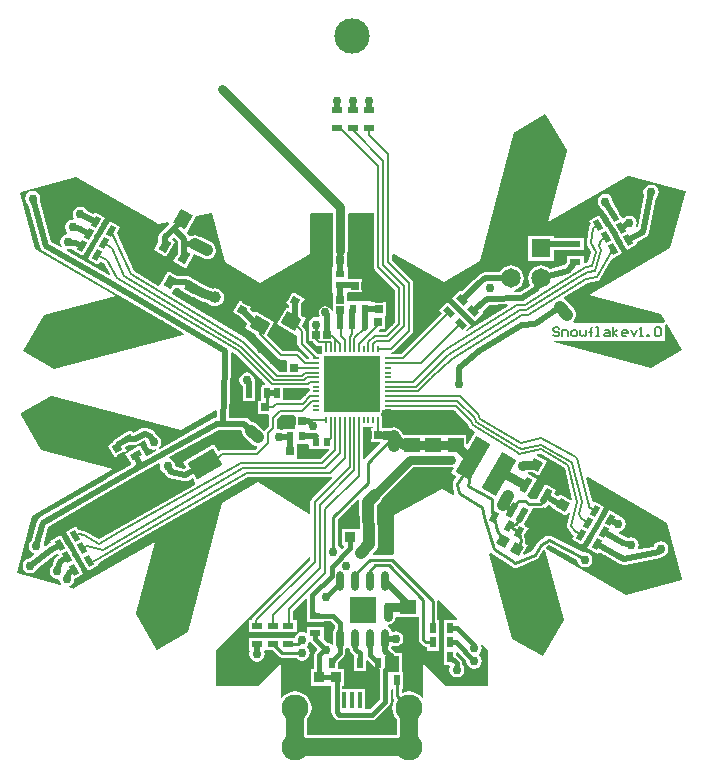
<source format=gtl>
G04*
G04 #@! TF.GenerationSoftware,Altium Limited,CircuitMaker,2.3.0 (2.3.0.3)*
G04*
G04 Layer_Physical_Order=1*
G04 Layer_Color=25308*
%FSLAX25Y25*%
%MOIN*%
G70*
G04*
G04 #@! TF.SameCoordinates,DFAF08F0-1B05-4ABB-8EC1-2A918C0C2617*
G04*
G04*
G04 #@! TF.FilePolarity,Positive*
G04*
G01*
G75*
%ADD12C,0.01000*%
%ADD16C,0.00700*%
G04:AMPARAMS|DCode=17|XSize=19.68mil|YSize=35.43mil|CornerRadius=0mil|HoleSize=0mil|Usage=FLASHONLY|Rotation=330.000|XOffset=0mil|YOffset=0mil|HoleType=Round|Shape=Rectangle|*
%AMROTATEDRECTD17*
4,1,4,-0.01738,-0.01042,0.00033,0.02026,0.01738,0.01042,-0.00033,-0.02026,-0.01738,-0.01042,0.0*
%
%ADD17ROTATEDRECTD17*%

%ADD18R,0.01968X0.03543*%
%ADD19R,0.05315X0.04528*%
%ADD20R,0.03543X0.03347*%
%ADD21R,0.03543X0.01968*%
%ADD22R,0.04528X0.05315*%
%ADD23O,0.02362X0.06693*%
%ADD24R,0.09016X0.09016*%
G04:AMPARAMS|DCode=25|XSize=25.2mil|YSize=26.77mil|CornerRadius=0mil|HoleSize=0mil|Usage=FLASHONLY|Rotation=330.000|XOffset=0mil|YOffset=0mil|HoleType=Round|Shape=Rectangle|*
%AMROTATEDRECTD25*
4,1,4,-0.01760,-0.00529,-0.00422,0.01789,0.01760,0.00529,0.00422,-0.01789,-0.01760,-0.00529,0.0*
%
%ADD25ROTATEDRECTD25*%

G04:AMPARAMS|DCode=26|XSize=25.2mil|YSize=26.77mil|CornerRadius=0mil|HoleSize=0mil|Usage=FLASHONLY|Rotation=60.000|XOffset=0mil|YOffset=0mil|HoleType=Round|Shape=Rectangle|*
%AMROTATEDRECTD26*
4,1,4,0.00529,-0.01760,-0.01789,-0.00422,-0.00529,0.01760,0.01789,0.00422,0.00529,-0.01760,0.0*
%
%ADD26ROTATEDRECTD26*%

G04:AMPARAMS|DCode=27|XSize=45.28mil|YSize=55.12mil|CornerRadius=0mil|HoleSize=0mil|Usage=FLASHONLY|Rotation=240.000|XOffset=0mil|YOffset=0mil|HoleType=Round|Shape=Rectangle|*
%AMROTATEDRECTD27*
4,1,4,-0.01255,0.03338,0.03519,0.00583,0.01255,-0.03338,-0.03519,-0.00583,-0.01255,0.03338,0.0*
%
%ADD27ROTATEDRECTD27*%

%ADD28R,0.02677X0.02520*%
%ADD29R,0.02520X0.02677*%
G04:AMPARAMS|DCode=30|XSize=35.43mil|YSize=33.47mil|CornerRadius=0mil|HoleSize=0mil|Usage=FLASHONLY|Rotation=60.000|XOffset=0mil|YOffset=0mil|HoleType=Round|Shape=Rectangle|*
%AMROTATEDRECTD30*
4,1,4,0.00563,-0.02371,-0.02335,-0.00698,-0.00563,0.02371,0.02335,0.00698,0.00563,-0.02371,0.0*
%
%ADD30ROTATEDRECTD30*%

G04:AMPARAMS|DCode=31|XSize=35.43mil|YSize=33.47mil|CornerRadius=0mil|HoleSize=0mil|Usage=FLASHONLY|Rotation=150.000|XOffset=0mil|YOffset=0mil|HoleType=Round|Shape=Rectangle|*
%AMROTATEDRECTD31*
4,1,4,0.02371,0.00563,0.00698,-0.02335,-0.02371,-0.00563,-0.00698,0.02335,0.02371,0.00563,0.0*
%
%ADD31ROTATEDRECTD31*%

G04:AMPARAMS|DCode=32|XSize=53.15mil|YSize=45.28mil|CornerRadius=0mil|HoleSize=0mil|Usage=FLASHONLY|Rotation=240.000|XOffset=0mil|YOffset=0mil|HoleType=Round|Shape=Rectangle|*
%AMROTATEDRECTD32*
4,1,4,-0.00632,0.03433,0.03289,0.01170,0.00632,-0.03433,-0.03289,-0.01170,-0.00632,0.03433,0.0*
%
%ADD32ROTATEDRECTD32*%

%ADD33R,0.01575X0.05315*%
%ADD34R,0.03071X0.02284*%
%ADD35R,0.02284X0.03071*%
G04:AMPARAMS|DCode=36|XSize=55.12mil|YSize=137.8mil|CornerRadius=0mil|HoleSize=0mil|Usage=FLASHONLY|Rotation=150.000|XOffset=0mil|YOffset=0mil|HoleType=Round|Shape=Rectangle|*
%AMROTATEDRECTD36*
4,1,4,0.05832,0.04589,-0.01058,-0.07345,-0.05832,-0.04589,0.01058,0.07345,0.05832,0.04589,0.0*
%
%ADD36ROTATEDRECTD36*%

G04:AMPARAMS|DCode=37|XSize=62.99mil|YSize=98.42mil|CornerRadius=0mil|HoleSize=0mil|Usage=FLASHONLY|Rotation=120.000|XOffset=0mil|YOffset=0mil|HoleType=Round|Shape=Rectangle|*
%AMROTATEDRECTD37*
4,1,4,0.05837,-0.00267,-0.02687,-0.05188,-0.05837,0.00267,0.02687,0.05188,0.05837,-0.00267,0.0*
%
%ADD37ROTATEDRECTD37*%

G04:AMPARAMS|DCode=38|XSize=21.65mil|YSize=51.18mil|CornerRadius=0mil|HoleSize=0mil|Usage=FLASHONLY|Rotation=330.000|XOffset=0mil|YOffset=0mil|HoleType=Round|Shape=Rectangle|*
%AMROTATEDRECTD38*
4,1,4,-0.02217,-0.01675,0.00342,0.02758,0.02217,0.01675,-0.00342,-0.02758,-0.02217,-0.01675,0.0*
%
%ADD38ROTATEDRECTD38*%

G04:AMPARAMS|DCode=39|XSize=27.56mil|YSize=39.37mil|CornerRadius=0mil|HoleSize=0mil|Usage=FLASHONLY|Rotation=150.000|XOffset=0mil|YOffset=0mil|HoleType=Round|Shape=Rectangle|*
%AMROTATEDRECTD39*
4,1,4,0.02178,0.01016,0.00209,-0.02394,-0.02178,-0.01016,-0.00209,0.02394,0.02178,0.01016,0.0*
%
%ADD39ROTATEDRECTD39*%

G04:AMPARAMS|DCode=40|XSize=19.68mil|YSize=35.43mil|CornerRadius=0mil|HoleSize=0mil|Usage=FLASHONLY|Rotation=45.000|XOffset=0mil|YOffset=0mil|HoleType=Round|Shape=Rectangle|*
%AMROTATEDRECTD40*
4,1,4,0.00557,-0.01949,-0.01949,0.00557,-0.00557,0.01949,0.01949,-0.00557,0.00557,-0.01949,0.0*
%
%ADD40ROTATEDRECTD40*%

%ADD41R,0.03347X0.03543*%
G04:AMPARAMS|DCode=42|XSize=19.68mil|YSize=35.43mil|CornerRadius=0mil|HoleSize=0mil|Usage=FLASHONLY|Rotation=210.000|XOffset=0mil|YOffset=0mil|HoleType=Round|Shape=Rectangle|*
%AMROTATEDRECTD42*
4,1,4,-0.00033,0.02026,0.01738,-0.01042,0.00033,-0.02026,-0.01738,0.01042,-0.00033,0.02026,0.0*
%
%ADD42ROTATEDRECTD42*%

G04:AMPARAMS|DCode=43|XSize=25.2mil|YSize=26.77mil|CornerRadius=0mil|HoleSize=0mil|Usage=FLASHONLY|Rotation=210.000|XOffset=0mil|YOffset=0mil|HoleType=Round|Shape=Rectangle|*
%AMROTATEDRECTD43*
4,1,4,0.00422,0.01789,0.01760,-0.00529,-0.00422,-0.01789,-0.01760,0.00529,0.00422,0.01789,0.0*
%
%ADD43ROTATEDRECTD43*%

G04:AMPARAMS|DCode=44|XSize=19.68mil|YSize=35.43mil|CornerRadius=0mil|HoleSize=0mil|Usage=FLASHONLY|Rotation=300.000|XOffset=0mil|YOffset=0mil|HoleType=Round|Shape=Rectangle|*
%AMROTATEDRECTD44*
4,1,4,-0.02026,-0.00033,0.01042,0.01738,0.02026,0.00033,-0.01042,-0.01738,-0.02026,-0.00033,0.0*
%
%ADD44ROTATEDRECTD44*%

%ADD45O,0.00787X0.02559*%
%ADD46O,0.02559X0.00787*%
%ADD47R,0.18504X0.18504*%
%ADD81R,0.06496X0.06496*%
%ADD82C,0.06496*%
%ADD85C,0.02000*%
%ADD86C,0.03000*%
%ADD87C,0.04000*%
%ADD88C,0.01500*%
%ADD89C,0.00800*%
%ADD90C,0.06000*%
%ADD91C,0.03937*%
%ADD92C,0.09000*%
%ADD93C,0.03000*%
%ADD94C,0.02598*%
%ADD95C,0.11811*%
G36*
X63128Y181583D02*
X63370Y181269D01*
X66819Y181995D01*
X67123Y181588D01*
X66956Y181239D01*
X64081Y178364D01*
X63639Y177703D01*
X63484Y176922D01*
Y175285D01*
X61980Y172680D01*
X66098Y170302D01*
X69067Y175443D01*
X68067Y176021D01*
X68001Y176517D01*
X68550Y177066D01*
X69962Y175654D01*
Y174500D01*
Y171545D01*
X68458Y168940D01*
X72576Y166562D01*
X75384Y171425D01*
X78247Y169994D01*
X78993Y169736D01*
X79781Y169679D01*
X80557Y169829D01*
X81267Y170175D01*
X81864Y170692D01*
X82306Y171347D01*
X82565Y172093D01*
X82621Y172881D01*
X82471Y173657D01*
X82125Y174367D01*
X81608Y174964D01*
X80953Y175406D01*
X77153Y177306D01*
X76407Y177565D01*
X75619Y177620D01*
X74843Y177471D01*
X74400Y177255D01*
X73969Y177275D01*
X73761Y177465D01*
X73443Y177941D01*
X72874Y178510D01*
X76000Y183926D01*
X81103Y185000D01*
Y185000D01*
X81246Y185038D01*
X85662Y168574D01*
X97465Y161759D01*
X114022Y171347D01*
Y184677D01*
X114439Y185177D01*
X121551D01*
Y172400D01*
X121729Y171505D01*
Y167140D01*
X121465Y166971D01*
X121465D01*
Y162687D01*
Y158829D01*
X121465D01*
X121740Y158471D01*
Y153794D01*
Y152663D01*
X121240Y152512D01*
X120974Y152910D01*
X120442Y153442D01*
X119780Y153884D01*
X119000Y154039D01*
X118220Y153884D01*
X117558Y153442D01*
X117116Y152780D01*
X116961Y152000D01*
X117116Y151220D01*
X117282Y150971D01*
X117132Y150341D01*
X116993Y150271D01*
X116100Y150449D01*
X115124Y150255D01*
X114298Y149702D01*
X113745Y148875D01*
X113551Y147900D01*
X113682Y147240D01*
X113729Y146760D01*
X113729Y146760D01*
X113729Y146760D01*
Y142240D01*
X114907D01*
X115094Y141959D01*
X115927Y141127D01*
X115927Y141127D01*
X116373Y140828D01*
X116900Y140724D01*
X116900Y140724D01*
X117870D01*
Y138976D01*
X117979Y138433D01*
X117979Y138191D01*
X117479Y137923D01*
X117473Y137927D01*
X116929Y138035D01*
X116569D01*
X112576Y142028D01*
Y145588D01*
X112472Y146115D01*
X112173Y146561D01*
X111288Y147447D01*
X112710Y149910D01*
X111139Y150818D01*
Y154589D01*
X112255Y156522D01*
X108205Y158860D01*
X105945Y154946D01*
X107061Y154302D01*
Y153672D01*
X106628Y153422D01*
X106205Y153666D01*
X102941Y148013D01*
X109014Y144508D01*
X109447Y144257D01*
X109447D01*
X109447D01*
X109824Y144157D01*
Y141457D01*
X109928Y140931D01*
X110227Y140484D01*
X113796Y136915D01*
X113736Y136614D01*
X113574Y136416D01*
X112931D01*
X110773Y138573D01*
X110327Y138872D01*
X109800Y138976D01*
X104870D01*
X99498Y144349D01*
X102060Y148786D01*
X95554Y152542D01*
X95365Y152214D01*
X94869Y152148D01*
X94044Y152974D01*
X94460Y153695D01*
X90546Y155955D01*
X88208Y151904D01*
X90900Y150350D01*
X93049Y148201D01*
X92291Y146889D01*
X95799Y144863D01*
Y144725D01*
X95904Y144198D01*
X96202Y143751D01*
X103327Y136627D01*
X103773Y136328D01*
X104300Y136223D01*
X104300Y136224D01*
X106106D01*
X106194Y135760D01*
X106194Y135760D01*
X106194Y135760D01*
Y132276D01*
X103570D01*
X92773Y143073D01*
X92634Y143166D01*
X92510Y143279D01*
X68103Y157989D01*
X67852Y158379D01*
X68000Y158634D01*
X68242Y159055D01*
X68845Y160099D01*
X70398D01*
X70648Y159666D01*
X70584Y159555D01*
X75384Y156783D01*
X75461Y156916D01*
X76950Y156079D01*
X77199Y155997D01*
X77430Y155870D01*
X80067Y155034D01*
X80183Y154883D01*
X80803Y154407D01*
X81525Y154108D01*
X82300Y154006D01*
X83075Y154108D01*
X83797Y154407D01*
X84417Y154883D01*
X84893Y155503D01*
X85192Y156225D01*
X85294Y157000D01*
X85192Y157775D01*
X84893Y158497D01*
X84417Y159117D01*
X83797Y159593D01*
X83075Y159892D01*
X82300Y159994D01*
X81587Y159900D01*
X79221Y160650D01*
X78092Y161286D01*
X78057Y161413D01*
Y161413D01*
X73257Y164185D01*
X73192Y164073D01*
X72666Y164178D01*
X69682D01*
X66702Y165898D01*
X63926Y161090D01*
X63285Y160892D01*
X55371Y165661D01*
X49519Y178280D01*
X50761Y180432D01*
X47325Y182416D01*
X45061Y178495D01*
X45025Y178516D01*
X42761Y174595D01*
X42725Y174616D01*
X39953Y169815D01*
X43390Y167831D01*
X43908Y168729D01*
X44391Y168858D01*
X45186Y168397D01*
X47303Y164662D01*
X46947Y164310D01*
X32872Y172526D01*
X33052Y173000D01*
X33300Y172951D01*
X34275Y173145D01*
X34444Y173081D01*
X34839Y172768D01*
X34839Y172768D01*
X38275Y170784D01*
X39533Y172962D01*
X39798Y173330D01*
X39834Y173484D01*
X40539Y174705D01*
X40575Y174684D01*
X41829Y176854D01*
X42028Y177091D01*
X42105Y177334D01*
X42839Y178605D01*
X42875Y178584D01*
X44135Y180765D01*
X44359Y181050D01*
X44417Y181254D01*
X45647Y183385D01*
X42210Y185369D01*
X41794Y184648D01*
X39641Y185746D01*
X39202Y186402D01*
X38375Y186955D01*
X37400Y187149D01*
X36424Y186955D01*
X35598Y186402D01*
X35045Y185575D01*
X34851Y184600D01*
X35045Y183624D01*
X35272Y183285D01*
X34971Y182835D01*
X34900Y182849D01*
X33924Y182655D01*
X33098Y182102D01*
X32545Y181275D01*
X32351Y180300D01*
X32545Y179324D01*
X33098Y178498D01*
X32968Y177983D01*
X32324Y177855D01*
X31498Y177302D01*
X30945Y176476D01*
X30751Y175500D01*
X30945Y174524D01*
X31267Y174042D01*
X30916Y173668D01*
X27793Y175491D01*
X23971Y189008D01*
X24149Y189900D01*
X23955Y190875D01*
X23402Y191702D01*
X22576Y192255D01*
X21600Y192449D01*
X20625Y192255D01*
X19798Y191702D01*
X19245Y190875D01*
X19051Y189900D01*
X19245Y188925D01*
X19798Y188098D01*
X20035Y187939D01*
X24093Y173590D01*
X24265Y173252D01*
X24431Y172911D01*
X24446Y172898D01*
X24454Y172881D01*
X24743Y172635D01*
X25027Y172383D01*
X45891Y160204D01*
X70555Y145726D01*
X71946Y144882D01*
X71712Y144439D01*
X28728Y132915D01*
X18335Y138984D01*
X25273Y151033D01*
X49197Y157454D01*
X22198Y173034D01*
X17202Y191617D01*
X17523Y192189D01*
X36093Y197181D01*
X63128Y181583D01*
D02*
G37*
G36*
X192649Y217882D02*
X199539Y205950D01*
X199553Y205835D01*
X193163Y181987D01*
X220122Y197553D01*
X220238Y197567D01*
X239138Y192493D01*
X239168Y192338D01*
X234126Y173514D01*
X234053Y173422D01*
X207094Y157858D01*
X230943Y151469D01*
X231035Y151396D01*
X232416Y148999D01*
X232127Y148499D01*
X201963D01*
X201744Y148999D01*
X202074Y149358D01*
X202441Y150058D01*
X202614Y150829D01*
X202581Y151618D01*
X202345Y152372D01*
X201923Y153039D01*
X199762Y155627D01*
X199181Y156162D01*
X198786Y156369D01*
X198765Y156944D01*
X206599Y161790D01*
X209739Y162345D01*
X209793Y162365D01*
X209850Y162369D01*
X210041Y162462D01*
X210240Y162539D01*
X210281Y162579D01*
X210333Y162604D01*
X210474Y162763D01*
X210628Y162911D01*
X210651Y162963D01*
X210689Y163006D01*
X214335Y169251D01*
X214610Y169631D01*
X214610Y169631D01*
X214610Y169631D01*
X218047Y171615D01*
X215707Y175668D01*
X215747Y175815D01*
X215747Y175815D01*
X212975Y180616D01*
X212789Y180508D01*
X210475Y184516D01*
X207039Y182532D01*
X207576Y181601D01*
X207352Y181084D01*
X207238Y180952D01*
X207107Y180837D01*
X207065Y180751D01*
X207002Y180677D01*
X206947Y180512D01*
X206870Y180355D01*
X206864Y180259D01*
X206834Y180167D01*
X206234Y175267D01*
X206246Y175098D01*
X206234Y174929D01*
X206266Y174833D01*
X206274Y174732D01*
X206350Y174580D01*
X206403Y174420D01*
X207762Y172030D01*
X206753Y168597D01*
X205853Y168427D01*
X205672Y168354D01*
X205528Y168407D01*
X205172Y168675D01*
Y170832D01*
X202658D01*
X202200Y170877D01*
X202051Y170832D01*
X199628D01*
Y168684D01*
X198731Y167590D01*
X194068Y166280D01*
X194030Y166330D01*
X193142Y167011D01*
X192109Y167439D01*
X191000Y167585D01*
X189891Y167439D01*
X188858Y167011D01*
X187970Y166330D01*
X187289Y165442D01*
X186861Y164409D01*
X186715Y163300D01*
X186861Y162191D01*
X187289Y161158D01*
X187225Y160781D01*
X184078Y158729D01*
X182230Y158698D01*
X182109Y159161D01*
X183142Y159589D01*
X184030Y160270D01*
X184711Y161158D01*
X185139Y162191D01*
X185285Y163300D01*
X185139Y164409D01*
X184711Y165442D01*
X184030Y166330D01*
X183142Y167011D01*
X182109Y167439D01*
X181000Y167585D01*
X179891Y167439D01*
X178858Y167011D01*
X177970Y166330D01*
X177289Y165442D01*
X177247Y165339D01*
X172300Y165339D01*
X171978Y165275D01*
X171653Y165234D01*
X171590Y165198D01*
X171520Y165184D01*
X171247Y165002D01*
X170962Y164839D01*
X168662Y162839D01*
X168636Y162805D01*
X168600Y162782D01*
X164588Y158993D01*
X164031Y159551D01*
X161225Y156745D01*
X162977Y154993D01*
X163105Y154788D01*
X163370Y154600D01*
X165145Y152825D01*
X165195Y152875D01*
X166873Y151197D01*
X166996Y150998D01*
X167268Y150802D01*
X169045Y149025D01*
X171851Y151831D01*
X171638Y152044D01*
X171646Y152544D01*
X173717Y154474D01*
X179716Y154576D01*
X179858Y154097D01*
X166433Y145706D01*
X166120Y146100D01*
X167675Y147655D01*
X163755Y151575D01*
X163705Y151525D01*
X159855Y155375D01*
X157049Y152569D01*
X158036Y151582D01*
X144444Y137991D01*
X140974D01*
X140962Y138486D01*
X141489Y138591D01*
X141936Y138889D01*
X147973Y144927D01*
X147973Y144927D01*
X148272Y145373D01*
X148377Y145900D01*
X148376Y145900D01*
Y161900D01*
X148272Y162427D01*
X148152Y162606D01*
X147973Y162873D01*
X147973Y162873D01*
X141476Y169370D01*
Y171119D01*
X141976Y171300D01*
X158824Y162161D01*
X170630Y168977D01*
X182141Y211942D01*
X182213Y212034D01*
X192480Y217955D01*
X192649Y217882D01*
D02*
G37*
G36*
X135324Y185177D02*
Y167100D01*
X135428Y166573D01*
X135727Y166127D01*
X142424Y159430D01*
Y148670D01*
X139230Y145476D01*
X137076D01*
X136885Y145938D01*
X137487Y146540D01*
X139106D01*
Y150729D01*
X139260D01*
Y155406D01*
X134740D01*
X134471Y155635D01*
Y155635D01*
X126329D01*
X126260Y156107D01*
Y158325D01*
X126577Y158596D01*
X126690Y158640D01*
X131306D01*
Y163160D01*
X126629D01*
X126535Y163621D01*
Y166971D01*
X126535D01*
X126406Y167140D01*
Y171352D01*
X126455Y171424D01*
X126649Y172400D01*
Y184823D01*
X127003Y185177D01*
X135324Y185177D01*
D02*
G37*
G36*
X237957Y139388D02*
X237868Y139256D01*
X227640Y133350D01*
X227525Y133336D01*
X195190Y142000D01*
X195256Y142500D01*
X232488D01*
Y147873D01*
X232988Y148007D01*
X237957Y139388D01*
D02*
G37*
G36*
X113912Y126235D02*
X113845Y126134D01*
X113736Y125591D01*
X113541Y125298D01*
X113489Y125287D01*
X113042Y124989D01*
X110930Y122876D01*
X105032D01*
Y124824D01*
X105086Y125100D01*
X105032Y125376D01*
Y126624D01*
X113300D01*
X113647Y126692D01*
X113912Y126235D01*
D02*
G37*
G36*
X108994Y117470D02*
Y113340D01*
X108579Y113135D01*
X105229D01*
Y113020D01*
X104729Y112752D01*
X104576Y112855D01*
X103600Y113049D01*
X103352Y113000D01*
X102976Y113435D01*
Y116330D01*
X104470Y117824D01*
X108640D01*
X108994Y117470D01*
D02*
G37*
G36*
X89148Y138206D02*
X99020Y128334D01*
X98829Y127872D01*
X97569D01*
Y125376D01*
X97514Y125100D01*
X97569Y124824D01*
Y122560D01*
X96594D01*
Y118040D01*
X100137D01*
X100404Y117540D01*
X100328Y117427D01*
X100224Y116900D01*
Y113870D01*
X98927Y112573D01*
X98712Y112538D01*
X98410Y112769D01*
X96490Y114690D01*
X95863Y115171D01*
X95133Y115473D01*
X94350Y115576D01*
X94225Y115559D01*
X93542Y116242D01*
X92880Y116684D01*
X92100Y116839D01*
X87363D01*
X87016Y117199D01*
X87596Y134264D01*
X87590Y134299D01*
X87597Y134333D01*
Y138549D01*
X88097Y138832D01*
X89148Y138206D01*
D02*
G37*
G36*
X138976Y119445D02*
X140748D01*
X140972Y119490D01*
X161964D01*
X166439Y115014D01*
X166964Y113790D01*
X167052Y113662D01*
X167117Y113521D01*
X167202Y113442D01*
X167268Y113347D01*
X167398Y113262D01*
X167512Y113157D01*
X168696Y112434D01*
X168927Y112029D01*
X166657Y108097D01*
X166157Y108231D01*
Y111109D01*
X158843D01*
Y111109D01*
X158757Y111109D01*
Y111109D01*
X151558D01*
Y111109D01*
X145395D01*
X144612Y111893D01*
X144520Y112113D01*
X144040Y112740D01*
X143413Y113221D01*
X142683Y113523D01*
X141900Y113626D01*
X141316Y113549D01*
X138700D01*
X138377Y113485D01*
X137991Y113802D01*
Y114934D01*
X138035Y115157D01*
Y116929D01*
X137927Y117473D01*
X137675Y117850D01*
X137800Y118260D01*
X137835Y118323D01*
X137869Y118369D01*
X137938Y118438D01*
Y119283D01*
X138433Y119553D01*
X138976Y119445D01*
D02*
G37*
G36*
X70845Y112612D02*
X82508Y119346D01*
X82921Y119160D01*
X82999Y119082D01*
X82939Y117305D01*
X82762Y116825D01*
X82495Y116739D01*
X82220Y116684D01*
X82119Y116617D01*
X82005Y116580D01*
X63999Y106510D01*
X63702Y106898D01*
X64255Y107724D01*
X64449Y108700D01*
X64255Y109676D01*
X63702Y110502D01*
X62875Y111055D01*
X62810Y111068D01*
X62220Y111995D01*
X62042Y112181D01*
X61892Y112390D01*
X61770Y112466D01*
X61671Y112570D01*
X61435Y112674D01*
X61216Y112809D01*
X59616Y113409D01*
X59562Y113418D01*
X59513Y113445D01*
X59171Y113482D01*
X58831Y113538D01*
X58777Y113525D01*
X58723Y113531D01*
X58392Y113435D01*
X58056Y113356D01*
X58012Y113324D01*
X57959Y113309D01*
X55135Y111839D01*
X54864Y111839D01*
X54332Y112761D01*
X52490Y111698D01*
X52420Y111684D01*
X52322Y111618D01*
X52210Y111583D01*
X49176Y109897D01*
X48569Y109382D01*
X48206Y108674D01*
X48118Y108368D01*
X46608Y107496D01*
X48946Y103445D01*
X52860Y105705D01*
X52351Y106587D01*
X52484Y107069D01*
X53729Y107761D01*
X55634Y107761D01*
X55722Y107779D01*
X55811Y107769D01*
X56110Y107856D01*
X56414Y107916D01*
X56489Y107966D01*
X56575Y107991D01*
X59035Y109272D01*
X59146Y109230D01*
X59382Y108858D01*
X59351Y108700D01*
X59545Y107724D01*
X60098Y106898D01*
X60925Y106345D01*
X61900Y106151D01*
X62572Y106285D01*
X62747Y105810D01*
X59745Y104131D01*
X59269Y104210D01*
X57285Y107647D01*
X54883Y106260D01*
X54793Y106233D01*
X54700Y106155D01*
X52484Y104875D01*
X54331Y101677D01*
X54223Y101044D01*
X46208Y96582D01*
X46194Y96569D01*
X46176Y96563D01*
X23976Y83663D01*
X23687Y83408D01*
X23394Y83157D01*
X23389Y83145D01*
X23379Y83137D01*
X23209Y82791D01*
X23036Y82447D01*
X21228Y75956D01*
X20998Y75802D01*
X20445Y74976D01*
X20251Y74000D01*
X20445Y73024D01*
X20998Y72198D01*
X21824Y71645D01*
X22035Y71603D01*
X22149Y71116D01*
X20754Y70040D01*
X19825Y69855D01*
X18998Y69302D01*
X18445Y68476D01*
X18251Y67500D01*
X18445Y66524D01*
X18998Y65698D01*
X19825Y65145D01*
X20800Y64951D01*
X21776Y65145D01*
X22602Y65698D01*
X23155Y66524D01*
X23206Y66781D01*
X28924Y71192D01*
X29828Y71694D01*
X30210Y71031D01*
X29836Y70736D01*
X29488Y70509D01*
X29235Y70262D01*
X28971Y70026D01*
X28951Y69986D01*
X28919Y69954D01*
X28779Y69629D01*
X28626Y69310D01*
X28193Y67633D01*
X27998Y67502D01*
X27445Y66676D01*
X27251Y65700D01*
X27445Y64724D01*
X27998Y63898D01*
X28824Y63345D01*
X29800Y63151D01*
X29873Y63166D01*
X30437Y62768D01*
X30545Y62225D01*
X31012Y61525D01*
X30741Y61080D01*
X16308Y64951D01*
X16238Y65122D01*
X21280Y83946D01*
X21353Y84038D01*
X48311Y99603D01*
X24417Y106028D01*
X17629Y117750D01*
X17803Y118357D01*
X27765Y124110D01*
X27881Y124124D01*
X70845Y112612D01*
D02*
G37*
G36*
X91324Y112550D02*
X91427Y111767D01*
X91729Y111037D01*
X92210Y110410D01*
X94460Y108160D01*
X95087Y107679D01*
X95301Y107591D01*
X95817Y107377D01*
X96265Y107318D01*
X96444Y106790D01*
X95730Y106076D01*
X84600D01*
X84073Y105972D01*
X83828Y105808D01*
X83209Y105880D01*
X82041Y107904D01*
X71785Y101983D01*
X72645Y100494D01*
X72514Y100011D01*
X72114Y99784D01*
X69028Y100596D01*
X69049Y100700D01*
X68855Y101675D01*
X68302Y102502D01*
X67475Y103055D01*
X67226Y103104D01*
X67148Y103598D01*
X83531Y112761D01*
X90856D01*
X91324Y112550D01*
D02*
G37*
G36*
X113371Y108065D02*
X113729Y107722D01*
Y106365D01*
X120165D01*
X120356Y105903D01*
X117530Y103076D01*
X109894D01*
X109806Y103540D01*
X109806Y103540D01*
X109806Y103540D01*
Y108060D01*
X110304Y108065D01*
X113371D01*
D02*
G37*
G36*
X132921Y113845D02*
X133465Y113736D01*
X134008Y113845D01*
X134252Y114007D01*
X134496Y113845D01*
X134922Y113760D01*
X134873Y113260D01*
X134294D01*
Y108740D01*
X137170D01*
X137377Y108240D01*
X132191Y103054D01*
X131901Y103114D01*
X131691Y103242D01*
Y113574D01*
X131890Y113736D01*
X132433Y113845D01*
X132677Y114007D01*
X132921Y113845D01*
D02*
G37*
G36*
X198844Y100101D02*
X201222Y89533D01*
X200819Y89237D01*
X197216Y91317D01*
X196928Y90819D01*
X196445Y90690D01*
X195322Y91342D01*
X196084Y92662D01*
X192477Y94745D01*
X189524Y89629D01*
X187533D01*
X186881Y90281D01*
X186385Y90613D01*
X186332Y90731D01*
X189606Y96402D01*
X186613Y98131D01*
X186747Y98631D01*
X188155D01*
X190213Y97443D01*
X192985Y102243D01*
X189732Y104121D01*
X189814Y104614D01*
X190839Y104814D01*
X198844Y100101D01*
D02*
G37*
G36*
X161941Y99928D02*
X161038Y98363D01*
X162599Y97462D01*
X162726Y96978D01*
X161782Y95376D01*
X161713Y95177D01*
X161620Y94987D01*
X161615Y94897D01*
X161585Y94813D01*
X161598Y94602D01*
X161585Y94391D01*
X161985Y91491D01*
X162014Y91407D01*
X162019Y91319D01*
X162048Y91258D01*
X161726Y90939D01*
X161659Y90906D01*
X157891Y93081D01*
X141884Y84555D01*
Y71403D01*
X141384Y70993D01*
X141200Y71029D01*
X135119D01*
X134912Y71485D01*
X135982Y72713D01*
X136167Y72992D01*
X136363Y73263D01*
X136384Y73320D01*
X136418Y73371D01*
X136525Y73688D01*
X136644Y74001D01*
X136650Y74062D01*
X136670Y74120D01*
X136690Y74454D01*
X136725Y74786D01*
X136361Y87529D01*
X137695Y88936D01*
X138159Y89575D01*
X138442Y90312D01*
X138447Y90361D01*
X148337Y100251D01*
X161000D01*
X161621Y100375D01*
X161941Y99928D01*
D02*
G37*
G36*
X64071Y101305D02*
X63951Y100700D01*
X64145Y99725D01*
X64698Y98898D01*
X65506Y98358D01*
X65805Y97845D01*
X65805Y97844D01*
X66332Y97249D01*
X67047Y96900D01*
X71881Y95628D01*
X72268Y95604D01*
X72654Y95577D01*
X72664Y95580D01*
X72675Y95579D01*
X73041Y95706D01*
X73409Y95828D01*
X74861Y96655D01*
X75687Y95223D01*
X75503Y94544D01*
X49521Y79797D01*
X49521Y79797D01*
X43508Y76387D01*
X39191Y78891D01*
X38970Y78966D01*
X38754Y79053D01*
X37154Y79353D01*
X36976Y79351D01*
X36801Y79373D01*
X36796Y79372D01*
X35990Y80769D01*
X32553Y78785D01*
X35325Y73984D01*
X35349Y73998D01*
X37725Y69884D01*
X37749Y69898D01*
X40125Y65784D01*
X43561Y67768D01*
X43337Y68157D01*
X44108Y68620D01*
X44109Y68621D01*
X44110Y68621D01*
X52896Y73912D01*
X93465Y97024D01*
X120500D01*
X121027Y97128D01*
X121171Y97225D01*
X121490Y96836D01*
X114527Y89873D01*
X114228Y89427D01*
X114124Y88900D01*
Y85085D01*
X113624Y84806D01*
X96577Y95296D01*
X84776Y88483D01*
X73265Y45519D01*
X73192Y45427D01*
X62927Y39505D01*
X62757Y39578D01*
X55866Y51510D01*
X55853Y51625D01*
X62243Y75473D01*
X35284Y59907D01*
X35168Y59893D01*
X33671Y60295D01*
X33687Y60808D01*
X33876Y60845D01*
X34702Y61398D01*
X35255Y62225D01*
X35423Y63069D01*
X38447Y64815D01*
X37187Y66998D01*
X37042Y67351D01*
X36902Y67492D01*
X35675Y69616D01*
X35651Y69602D01*
X34788Y71097D01*
X34652Y71435D01*
X34505Y71586D01*
X33275Y73716D01*
X33251Y73702D01*
X32405Y75168D01*
X32326Y75414D01*
X32128Y75647D01*
X30875Y77816D01*
X27439Y75832D01*
X27610Y75535D01*
X27477Y75053D01*
X26810Y74683D01*
X26692Y74583D01*
X26555Y74515D01*
X25808Y73939D01*
X25312Y74187D01*
X25169Y74905D01*
X26742Y80554D01*
X48208Y93028D01*
X56992Y97918D01*
X56994Y97920D01*
X56995Y97920D01*
X63626Y101628D01*
X64071Y101305D01*
D02*
G37*
G36*
X233161Y81804D02*
X238158Y63221D01*
X237836Y62649D01*
X219266Y57657D01*
X219228Y57674D01*
X192621Y73029D01*
X192598Y73620D01*
X193613Y74320D01*
X203063Y69441D01*
X203245Y68524D01*
X203798Y67698D01*
X204625Y67145D01*
X205600Y66951D01*
X206575Y67145D01*
X207402Y67698D01*
X207955Y68524D01*
X208149Y69500D01*
X207955Y70476D01*
X207402Y71302D01*
X206575Y71855D01*
X205600Y72049D01*
X204935Y71917D01*
X194202Y77459D01*
X193986Y77521D01*
X193777Y77604D01*
X193701Y77603D01*
X193628Y77624D01*
X193405Y77599D01*
X193180Y77596D01*
X193110Y77566D01*
X193035Y77557D01*
X192839Y77448D01*
X192632Y77359D01*
X190026Y75563D01*
X189991Y75527D01*
X189947Y75504D01*
X189785Y75314D01*
X189610Y75135D01*
X189592Y75088D01*
X189559Y75051D01*
X188023Y72308D01*
X185387Y71206D01*
X185057Y71581D01*
X186617Y74284D01*
X185630Y74854D01*
X185698Y75053D01*
X185793Y75268D01*
X185794Y75333D01*
X185816Y75396D01*
X185801Y75630D01*
X185806Y75864D01*
X185468Y77795D01*
X186847Y80185D01*
X185439Y80997D01*
X185310Y81480D01*
X187871Y85916D01*
X188121Y86349D01*
X188180Y86571D01*
X190700D01*
X191285Y86687D01*
X191708Y86970D01*
X192525Y86498D01*
X193106Y87503D01*
X193589Y87632D01*
X194712Y86980D01*
X194543Y86687D01*
X199343Y83915D01*
X200209Y85416D01*
X200675Y85234D01*
X199756Y81099D01*
X199756Y81099D01*
X199745Y80573D01*
X199744Y80562D01*
Y80562D01*
X199939Y80061D01*
X201042Y78327D01*
X201043Y78327D01*
X201043Y78326D01*
X201233Y78127D01*
X201413Y77939D01*
X201414Y77939D01*
X201414Y77938D01*
X201488Y77906D01*
X202072Y77539D01*
X201339Y76268D01*
X204775Y74284D01*
X207547Y79085D01*
X207547Y79085D01*
X207526Y79164D01*
X209847Y83185D01*
X209847Y83185D01*
X209844Y83196D01*
X212147Y87185D01*
X208710Y89169D01*
X208521Y88841D01*
X208025Y88905D01*
X207933Y89244D01*
X206084Y96852D01*
X206519Y97178D01*
X233161Y81804D01*
D02*
G37*
G36*
X130408Y89538D02*
X130358Y89406D01*
X130357Y89403D01*
X130356Y89399D01*
X130316Y89011D01*
X130275Y88621D01*
X130276Y88617D01*
X130275Y88614D01*
X130530Y79716D01*
X130032Y79614D01*
X124528D01*
Y74268D01*
X125037D01*
X125244Y73768D01*
X124614Y73137D01*
X124031Y73261D01*
X123602Y73902D01*
X123329Y74085D01*
Y83166D01*
X129980Y89817D01*
X130408Y89538D01*
D02*
G37*
G36*
X192361Y72770D02*
X198638Y49368D01*
X198605Y49291D01*
X191700Y37318D01*
X191585Y37270D01*
X181240Y43224D01*
X173662Y71480D01*
X173729Y71560D01*
X173869Y71625D01*
X174400Y71615D01*
X180066Y68018D01*
X181552Y67027D01*
X181692Y66969D01*
X181819Y66885D01*
X181965Y66857D01*
X182103Y66800D01*
X182255Y66800D01*
X182405Y66771D01*
X182551Y66800D01*
X182700Y66800D01*
X182841Y66859D01*
X182990Y66889D01*
X189690Y69689D01*
X189862Y69805D01*
X190047Y69899D01*
X190107Y69970D01*
X190185Y70022D01*
X190300Y70195D01*
X190434Y70353D01*
X191825Y72836D01*
X192361Y72770D01*
D02*
G37*
G36*
X114124Y70324D02*
Y69270D01*
X95127Y50273D01*
X94828Y49827D01*
X94731Y49337D01*
X93628D01*
Y45368D01*
X109572D01*
Y49337D01*
X108376D01*
Y52430D01*
X112454Y56507D01*
X112916Y56316D01*
Y52200D01*
X113028Y51634D01*
Y48869D01*
X118572D01*
Y48968D01*
X120908D01*
X122216Y47661D01*
X122216Y47653D01*
Y46575D01*
X121946Y46171D01*
X121776Y45320D01*
Y41344D01*
X121276Y41192D01*
X121202Y41302D01*
X120376Y41855D01*
X119400Y42049D01*
X119379Y42045D01*
X118838Y42585D01*
X118572Y42963D01*
X118572D01*
X118572Y42963D01*
Y46931D01*
X113028D01*
Y45349D01*
X112587Y45113D01*
X112375Y45255D01*
X111400Y45449D01*
X110424Y45255D01*
X109598Y44702D01*
X109045Y43876D01*
X108957Y43431D01*
X96676D01*
X96400Y43486D01*
X96124Y43431D01*
X93628D01*
Y39463D01*
X93648D01*
X93923Y38963D01*
X93751Y38100D01*
X93945Y37124D01*
X94498Y36298D01*
X95324Y35745D01*
X96300Y35551D01*
X97276Y35745D01*
X98102Y36298D01*
X98655Y37124D01*
X98849Y38100D01*
X98677Y38963D01*
X98877Y39326D01*
X98997Y39463D01*
X101421D01*
X103566Y37319D01*
X104062Y36987D01*
X104647Y36871D01*
X109415D01*
X109598Y36598D01*
X110424Y36045D01*
X111400Y35851D01*
X112375Y36045D01*
X113202Y36598D01*
X113755Y37424D01*
X113949Y38400D01*
X113755Y39375D01*
X113202Y40202D01*
X112907Y40400D01*
Y40900D01*
X113202Y41098D01*
X113755Y41925D01*
X113784Y42068D01*
X114314Y42174D01*
X114538Y41838D01*
X116377Y40000D01*
Y39500D01*
X115897Y39021D01*
X115511Y38442D01*
X115375Y37759D01*
Y33072D01*
X114486D01*
Y27528D01*
X119832D01*
Y27528D01*
X119968D01*
Y27528D01*
X121050D01*
Y26495D01*
X121047D01*
Y19180D01*
X121050D01*
Y18665D01*
X121186Y17982D01*
X121573Y17404D01*
X122438Y16538D01*
X123017Y16151D01*
X123700Y16016D01*
X123700Y16016D01*
X134700D01*
X135383Y16151D01*
X135962Y16538D01*
X140362Y20938D01*
X140749Y21517D01*
X140884Y22200D01*
X140884Y22200D01*
Y25954D01*
X141274Y26369D01*
X141518Y26320D01*
Y23983D01*
X141634Y23397D01*
X141966Y22901D01*
X142106Y22761D01*
X141590Y21517D01*
X141401Y20081D01*
X141590Y18645D01*
X142145Y17307D01*
X142914Y16304D01*
Y11124D01*
X112991D01*
Y16304D01*
X113761Y17307D01*
X114315Y18645D01*
X114504Y20081D01*
X114315Y21517D01*
X113761Y22855D01*
X112879Y24004D01*
X111730Y24885D01*
X110392Y25440D01*
X108957Y25629D01*
X107521Y25440D01*
X106183Y24885D01*
X105034Y24004D01*
X104653Y23507D01*
X104179Y23667D01*
Y35067D01*
X96573Y27443D01*
X96457Y27408D01*
X83000Y27395D01*
X82543Y27840D01*
X82542Y39424D01*
X113624Y70530D01*
X114124Y70324D01*
D02*
G37*
G36*
X162935Y49890D02*
X162646Y49472D01*
X158768D01*
Y43928D01*
Y39228D01*
Y34428D01*
X160451D01*
X160687Y33987D01*
X160545Y33775D01*
X160351Y32800D01*
X160545Y31824D01*
X161098Y30998D01*
X161925Y30445D01*
X162900Y30251D01*
X163875Y30445D01*
X164702Y30998D01*
X165255Y31824D01*
X165449Y32800D01*
X165255Y33775D01*
X164702Y34602D01*
X164684Y34615D01*
Y35053D01*
X164684Y35053D01*
X164549Y35736D01*
X164162Y36314D01*
X164162Y36314D01*
X162737Y37739D01*
Y38533D01*
X163237Y38740D01*
X166188Y35788D01*
X166151Y35600D01*
X166345Y34624D01*
X166898Y33798D01*
X167725Y33245D01*
X168700Y33051D01*
X169676Y33245D01*
X170502Y33798D01*
X171055Y34624D01*
X171249Y35600D01*
X171055Y36575D01*
X170502Y37402D01*
X170207Y37600D01*
Y38100D01*
X170502Y38298D01*
X171055Y39125D01*
X171249Y40100D01*
X171055Y41075D01*
X171460Y41370D01*
X173344Y39486D01*
X173380Y39370D01*
X173392Y27840D01*
X172955Y27407D01*
X159400Y27400D01*
X151726Y35067D01*
X151722Y23673D01*
X151249Y23512D01*
X150872Y24004D01*
X149723Y24885D01*
X148385Y25440D01*
X146949Y25629D01*
X145513Y25440D01*
X144992Y25224D01*
X144577Y25502D01*
Y26528D01*
X145031D01*
Y32072D01*
X144509D01*
Y38557D01*
X142526D01*
X141039Y40045D01*
Y40115D01*
X141054Y40138D01*
X141128Y40508D01*
X141525Y40845D01*
X142500Y40651D01*
X143475Y40845D01*
X144302Y41398D01*
X144855Y42224D01*
X145049Y43200D01*
X144855Y44175D01*
X144302Y45002D01*
X143475Y45555D01*
X142500Y45749D01*
X141525Y45555D01*
X141146Y45712D01*
X141054Y46171D01*
X140573Y46892D01*
X139851Y47374D01*
X139826Y47379D01*
X139801Y47481D01*
X139845Y47586D01*
X140189Y47989D01*
X140975Y48145D01*
X141802Y48698D01*
X142355Y49525D01*
X142549Y50500D01*
X143043Y50490D01*
Y50491D01*
X150271D01*
Y42900D01*
X150387Y42315D01*
X150719Y41819D01*
X151619Y40919D01*
X152115Y40587D01*
X152700Y40471D01*
X152863D01*
Y39228D01*
X156832D01*
Y43928D01*
Y49472D01*
X156377D01*
Y55737D01*
X156654Y55911D01*
X156866Y55955D01*
X162935Y49890D01*
D02*
G37*
G36*
X127263Y39663D02*
X127351Y39217D01*
X127738Y38638D01*
X128663Y37714D01*
Y32428D01*
X132632D01*
Y35891D01*
X133132Y36098D01*
X135291Y33938D01*
X135870Y33551D01*
X136553Y33416D01*
X136953Y33495D01*
X137383Y33095D01*
X137316Y32754D01*
Y22939D01*
X133961Y19584D01*
X132299D01*
Y26495D01*
X124619D01*
Y27528D01*
X125314D01*
Y33072D01*
X123432D01*
Y35461D01*
X125262Y37291D01*
X125262Y37291D01*
X125494Y37638D01*
X125648Y37870D01*
X125784Y38553D01*
Y39733D01*
X125962Y40000D01*
X127038D01*
X127263Y39663D01*
D02*
G37*
%LPC*%
G36*
X227700Y194549D02*
X226725Y194355D01*
X225898Y193802D01*
X225345Y192975D01*
X225151Y192000D01*
X225345Y191024D01*
X225402Y190940D01*
X223233Y180338D01*
X223146Y180310D01*
X222968Y180453D01*
X222773Y180716D01*
X222949Y181600D01*
X222755Y182576D01*
X222202Y183402D01*
X221375Y183955D01*
X220400Y184149D01*
X219425Y183955D01*
X218717Y183482D01*
X218119Y183518D01*
X218090Y183569D01*
X217903Y183461D01*
X217110Y184835D01*
X217012Y185116D01*
X214904Y188674D01*
X214949Y188900D01*
X214755Y189875D01*
X214202Y190702D01*
X213375Y191255D01*
X212400Y191449D01*
X211424Y191255D01*
X210598Y190702D01*
X210045Y189875D01*
X209851Y188900D01*
X210045Y187925D01*
X210598Y187098D01*
X211424Y186545D01*
X211425Y186545D01*
X213503Y183037D01*
X213680Y182839D01*
X214925Y180684D01*
X215111Y180791D01*
X215891Y179440D01*
X215962Y179209D01*
X216169Y178958D01*
X216992Y177532D01*
X216953Y177385D01*
X216953Y177385D01*
X218199Y175226D01*
X218286Y174965D01*
X218476Y174747D01*
X219725Y172584D01*
X223161Y174568D01*
X222977Y174888D01*
X223107Y175370D01*
X226011Y177029D01*
X226062Y177073D01*
X226124Y177098D01*
X226361Y177333D01*
X226612Y177551D01*
X226642Y177611D01*
X226689Y177658D01*
X226818Y177965D01*
X226967Y178263D01*
X226972Y178330D01*
X226998Y178391D01*
X229398Y190128D01*
X229502Y190198D01*
X230055Y191024D01*
X230249Y192000D01*
X230055Y192975D01*
X229502Y193802D01*
X228676Y194355D01*
X227700Y194549D01*
D02*
G37*
G36*
X195248Y177548D02*
X186752D01*
Y169052D01*
X195248D01*
Y172679D01*
X202410Y172714D01*
X202679Y172768D01*
X205172D01*
Y176737D01*
X202673D01*
X202390Y176792D01*
X195602Y176759D01*
X195248Y177112D01*
Y177548D01*
D02*
G37*
G36*
X93000Y131949D02*
X92024Y131755D01*
X91198Y131202D01*
X90645Y130376D01*
X90451Y129400D01*
X90645Y128425D01*
X91198Y127598D01*
X91608Y127323D01*
Y125100D01*
X91663Y124824D01*
Y122328D01*
X95631D01*
Y124824D01*
X95686Y125100D01*
Y128753D01*
X95686Y128753D01*
X95531Y129533D01*
X95519Y129552D01*
X95355Y130376D01*
X94802Y131202D01*
X93976Y131755D01*
X93000Y131949D01*
D02*
G37*
G36*
X213825Y86216D02*
X212572Y84047D01*
X212375Y83814D01*
X212296Y83568D01*
X211053Y81415D01*
X211053Y81415D01*
X211056Y81404D01*
X210275Y80052D01*
X210085Y79832D01*
X209999Y79573D01*
X208753Y77415D01*
X208753Y77415D01*
X208774Y77336D01*
X207967Y75939D01*
X207754Y75676D01*
X207688Y75455D01*
X206453Y73315D01*
X209890Y71331D01*
X210293Y72029D01*
X215807Y69119D01*
X217466Y68142D01*
X217773Y68035D01*
X218072Y67906D01*
X218147Y67905D01*
X218217Y67880D01*
X218542Y67899D01*
X218867Y67894D01*
X230534Y70032D01*
X230534D01*
X231274Y70325D01*
X231663Y70703D01*
X231875Y70745D01*
X232702Y71298D01*
X233255Y72124D01*
X233449Y73100D01*
X233255Y74076D01*
X232702Y74902D01*
X231875Y75455D01*
X230900Y75649D01*
X229925Y75455D01*
X229098Y74902D01*
X228545Y74076D01*
X228491Y73804D01*
X223672Y72921D01*
X223397Y73339D01*
X223455Y73425D01*
X223649Y74400D01*
X223455Y75375D01*
X222902Y76202D01*
X222076Y76755D01*
X221100Y76949D01*
X220134Y76757D01*
X219174Y77006D01*
X216791Y78362D01*
X216880Y78887D01*
X217675Y79045D01*
X218502Y79598D01*
X219055Y80424D01*
X219249Y81400D01*
X219055Y82376D01*
X218502Y83202D01*
X217675Y83755D01*
X217458Y83798D01*
X217261Y84232D01*
Y84232D01*
X213825Y86216D01*
D02*
G37*
%LPD*%
D12*
X192501Y89901D02*
Y90621D01*
X190700Y88100D02*
X192501Y89901D01*
X186900Y88100D02*
X190700D01*
X185800Y89200D02*
X186900Y88100D01*
X183500Y89200D02*
X185800D01*
X181299Y86999D02*
X183500Y89200D01*
X181299Y86179D02*
Y86999D01*
X141900Y110600D02*
Y111000D01*
X133200Y101900D02*
X141900Y110600D01*
X133200Y95200D02*
Y101900D01*
X121800Y83800D02*
X133200Y95200D01*
X121800Y72100D02*
Y83800D01*
X98932Y120300D02*
X99553Y120921D01*
Y125100D01*
X116068Y147868D02*
X116100Y147900D01*
X116068Y144500D02*
Y147868D01*
X134000Y62446D02*
Y65900D01*
X135700Y67600D01*
X151800Y42900D02*
X152700Y42000D01*
X154847D01*
X129000Y62446D02*
Y64600D01*
X154847Y46700D02*
Y55853D01*
X135700Y67600D02*
X140200D01*
X151800Y56000D01*
Y42900D02*
Y56000D01*
X129000Y64600D02*
X133900Y69500D01*
X141200D01*
X154847Y55853D01*
X101600Y41447D02*
X104647Y38400D01*
X111400D01*
X109947Y41447D02*
X111400Y42900D01*
X106800Y41447D02*
X109947D01*
X163100Y94600D02*
X163500Y91700D01*
X170100Y87800D01*
X171300Y87100D01*
X172100Y83700D01*
X163100Y94600D02*
X165560Y98777D01*
X168235Y103318D01*
X172100Y83700D02*
X175220Y72906D01*
X166800Y94100D02*
X168235Y103318D01*
X166800Y94100D02*
X174700Y89600D01*
Y85400D02*
Y89600D01*
Y85400D02*
X175343Y83576D01*
X176300Y79300D02*
X178484Y75779D01*
X175343Y83576D02*
X176300Y79300D01*
X180457Y80624D02*
X183743Y78776D01*
X182800Y81400D02*
X184538Y84308D01*
X180457Y80624D02*
X182800Y81400D01*
X182916Y73220D02*
X184300Y75600D01*
X183743Y78776D02*
X184300Y75600D01*
X175220Y72906D02*
X180900Y69300D01*
X182400Y68300D01*
X189100Y71100D01*
X190894Y74303D01*
X193500Y76100D01*
X205700Y69800D01*
X143047Y23983D02*
Y29300D01*
Y23983D02*
X146949Y20081D01*
D16*
X123300Y213200D02*
X124200D01*
X47657Y179024D02*
X54300Y164700D01*
X91800Y142100D01*
X43057Y171224D02*
X46200Y169400D01*
X49600Y163400D01*
X66438Y153358D01*
X45357Y175124D02*
X48000Y173300D01*
X52100Y164100D01*
X91000Y140500D01*
X102100Y129400D01*
X66438Y153358D02*
X90000Y139300D01*
X128200Y212600D02*
X138400Y202400D01*
Y167800D02*
Y202400D01*
Y167800D02*
X145300Y160900D01*
X154413Y134813D02*
X158938Y139399D01*
X148340Y128740D02*
X154413Y134813D01*
X158938Y139399D02*
X183100Y154500D01*
X185500D01*
X149365Y127165D02*
X159900Y137700D01*
X184000Y152900D01*
X185900D01*
X154414Y129914D02*
X161200Y136300D01*
X184800Y151100D01*
X186700D01*
X139862Y127165D02*
X149365D01*
X84600Y104700D02*
X96300D01*
X207600Y175100D02*
X209248Y172202D01*
X208200Y180000D02*
X210143Y181124D01*
X207600Y175100D02*
X208200Y180000D01*
X211000Y176200D02*
X212643Y177224D01*
X210300Y174000D02*
X211000Y176200D01*
X207100Y87000D02*
X209043Y85776D01*
X206900Y87800D02*
X207100Y87000D01*
X206600Y88900D02*
X206900Y87800D01*
X203100Y103300D02*
X206600Y88900D01*
X191000Y110000D02*
X202600Y103600D01*
X201100Y80800D02*
X202838Y88621D01*
X200056Y100985D02*
X202838Y88621D01*
X191087Y106264D02*
X200056Y100985D01*
X204300Y83400D02*
X206743Y81776D01*
X203615Y84718D02*
X204300Y83400D01*
X203615Y84718D02*
X204500Y88900D01*
X201100Y80800D02*
X202203Y79066D01*
X201400Y101900D02*
X204500Y88900D01*
X201000Y102100D02*
X201400Y101900D01*
X191100Y107900D02*
X201000Y102100D01*
X202203Y79066D02*
X202207Y79080D01*
X204443Y77676D01*
X183803Y104848D02*
X191087Y106264D01*
X183100Y105300D02*
X183803Y104848D01*
X183507Y106877D02*
X184518Y106426D01*
X191100Y107900D01*
X183041Y105286D02*
X183100Y105300D01*
X168229Y114332D02*
X183041Y105286D01*
X169469Y115240D02*
X183507Y106877D01*
X184200Y108300D02*
X191000Y110000D01*
X170600Y116300D02*
X184200Y108300D01*
X119100Y86300D02*
X130315Y97515D01*
Y116043D01*
X117300Y66600D02*
Y87900D01*
X128740Y99340D01*
Y116043D01*
X115500Y68700D02*
Y88900D01*
X127165Y100565D01*
Y116043D01*
X136614Y111018D02*
X136632Y111000D01*
X136614Y111018D02*
Y116043D01*
X93100Y98400D02*
X120500D01*
X125591Y103491D01*
Y116043D01*
X91700Y100000D02*
X119000D01*
X124016Y105016D01*
Y116043D01*
X90900Y101700D02*
X118100D01*
X122441Y106041D01*
Y116043D01*
X114016Y124016D02*
X116043D01*
X111500Y121500D02*
X114016Y124016D01*
X114541Y122441D02*
X116043D01*
X111300Y119200D02*
X114541Y122441D01*
X113300Y128000D02*
X114040Y128740D01*
X116043D01*
X111300Y130900D02*
X112290Y131890D01*
X112000Y129400D02*
X112915Y130315D01*
X116043D01*
X112290Y131890D02*
X116043D01*
X119729Y108900D02*
X120866Y110037D01*
Y116043D01*
X111332Y115600D02*
X111776Y116043D01*
X119291D01*
X108532Y133500D02*
X108568Y133465D01*
X116043D01*
X109800Y137600D02*
X112361Y135039D01*
X116043D01*
X107826Y148962D02*
X111200Y145588D01*
Y141457D02*
Y145588D01*
Y141457D02*
X116043Y136614D01*
X143800Y148100D02*
Y160000D01*
X139800Y144100D02*
X143800Y148100D01*
X135500Y144100D02*
X139800D01*
X136700Y167100D02*
X143800Y160000D01*
X145300Y147400D02*
Y160900D01*
X140300Y142400D02*
X145300Y147400D01*
X140100Y168800D02*
X147000Y161900D01*
Y145900D02*
Y161900D01*
X140962Y139862D02*
X147000Y145900D01*
X128740Y143311D02*
X132329Y146900D01*
X128740Y139862D02*
Y143311D01*
X136768Y147768D02*
Y148800D01*
X130315Y141315D02*
X136768Y147768D01*
X136000Y142400D02*
X140300D01*
X133465Y142065D02*
X135500Y144100D01*
X133465Y139862D02*
Y142065D01*
X135039Y141439D02*
X136000Y142400D01*
X135039Y139862D02*
Y141439D01*
X136614Y139862D02*
X140962D01*
X130315D02*
Y141315D01*
X122441Y143059D02*
X124016Y141484D01*
Y139862D02*
Y141484D01*
X119532Y144500D02*
X119932Y144100D01*
X121400D01*
X122441Y143059D01*
Y139862D02*
Y143059D01*
X119100Y142100D02*
X120800D01*
X116900D02*
X119100D01*
X119291Y141909D01*
Y139862D02*
Y141909D01*
X116068Y142932D02*
Y144500D01*
Y142932D02*
X116900Y142100D01*
X120800D02*
X120866Y142034D01*
Y139862D02*
Y142034D01*
X151039Y135039D02*
X164612Y148612D01*
X139862Y124016D02*
X163884D01*
X139862Y122441D02*
X163159D01*
X139862Y120866D02*
X162534D01*
X96100Y47200D02*
Y49300D01*
X115500Y68700D01*
X101700Y47400D02*
Y51000D01*
X117300Y66600D01*
X107000Y47100D02*
Y53000D01*
X119100Y65100D01*
Y86300D01*
X80201Y100301D02*
X84600Y104700D01*
X77911Y100301D02*
X80201D01*
X50200Y78600D02*
X90900Y101700D01*
X51200Y76500D02*
X91700Y100000D01*
X52200Y75100D02*
X93100Y98400D01*
X43400Y69800D02*
X52200Y75100D01*
X40457Y69176D02*
X41400Y68600D01*
X43400Y69800D01*
X36900Y78000D02*
X38500Y77700D01*
X35657Y77376D02*
X36900Y78000D01*
X43500Y74800D02*
X50200Y78600D01*
X38500Y77700D02*
X43500Y74800D01*
X38057Y73276D02*
X39672Y74120D01*
X44846Y72598D01*
X51200Y76500D01*
X139862Y135039D02*
X151039D01*
X139862Y136614D02*
X145014D01*
X160412Y152012D01*
X136700Y167100D02*
Y200700D01*
X124200Y213200D02*
X136700Y200700D01*
X123300Y213100D02*
Y213200D01*
X128200Y212600D02*
Y213500D01*
X133700Y211000D02*
Y213447D01*
Y211000D02*
X140100Y204600D01*
Y168800D02*
Y204600D01*
X99900Y108300D02*
Y111600D01*
X96300Y104700D02*
X99900Y108300D01*
X103900Y119200D02*
X111300D01*
X98932Y120300D02*
X101500D01*
X102700Y121500D01*
X111500D01*
X99900Y111600D02*
X101600Y113300D01*
Y116900D01*
X103900Y119200D01*
X91800Y142100D02*
X103000Y130900D01*
X111300D01*
X102100Y129400D02*
X112000D01*
X90000Y139300D02*
X101300Y128000D01*
X113300D01*
X97175Y144725D02*
Y147837D01*
Y144725D02*
X104300Y137600D01*
X109800D01*
X139862Y128740D02*
X148340D01*
X139862Y125591D02*
X150091D01*
X154414Y129914D01*
X185500Y154500D02*
X195800Y160800D01*
X185900Y152900D02*
X203600Y163600D01*
X210300Y174000D02*
X210946Y172800D01*
X186700Y151100D02*
X206100Y163100D01*
X209500Y163700D01*
X214943Y173024D01*
X203600Y163600D02*
X206694Y165428D01*
X209017Y165728D01*
X210946Y172800D01*
X195800Y160800D02*
X206108Y167075D01*
X207836Y167401D01*
X209248Y172202D01*
X169950Y117950D02*
X170600Y116300D01*
X168856Y116744D02*
X169469Y115240D01*
X167600Y115800D02*
X168229Y114332D01*
X163884Y124016D02*
X169950Y117950D01*
X163159Y122441D02*
X168856Y116744D01*
X162534Y120866D02*
X167600Y115800D01*
D17*
X211857Y78824D02*
D03*
X206743Y81776D02*
D03*
X214157Y82824D02*
D03*
X209043Y85776D02*
D03*
X209557Y74724D02*
D03*
X204443Y77676D02*
D03*
X175343Y83576D02*
D03*
X180457Y80624D02*
D03*
X183743Y78776D02*
D03*
X188857Y75824D02*
D03*
X42543Y181976D02*
D03*
X47657Y179024D02*
D03*
X40243Y178076D02*
D03*
X45357Y175124D02*
D03*
X37943Y174176D02*
D03*
X43057Y171224D02*
D03*
D18*
X143047Y29300D02*
D03*
X148953D02*
D03*
X130647Y35200D02*
D03*
X136553D02*
D03*
X121447D02*
D03*
X127353D02*
D03*
X160753Y46700D02*
D03*
X154847D02*
D03*
X160753Y42000D02*
D03*
X154847D02*
D03*
X160753Y37200D02*
D03*
X154847D02*
D03*
X93647Y125100D02*
D03*
X99553D02*
D03*
X103047D02*
D03*
X108953D02*
D03*
D19*
X146700Y53754D02*
D03*
Y48046D02*
D03*
X162500Y107846D02*
D03*
X162500Y113554D02*
D03*
X155100Y107846D02*
D03*
Y113554D02*
D03*
X147900Y107846D02*
D03*
Y113554D02*
D03*
D20*
X127300Y82059D02*
D03*
Y76941D02*
D03*
D21*
X115800Y44947D02*
D03*
Y50853D02*
D03*
X96400Y41447D02*
D03*
Y47353D02*
D03*
X106800Y41447D02*
D03*
Y47353D02*
D03*
X101600Y41447D02*
D03*
Y47353D02*
D03*
X202400Y174753D02*
D03*
Y168847D02*
D03*
X122900Y219353D02*
D03*
Y213447D02*
D03*
X128300Y219353D02*
D03*
Y213447D02*
D03*
X133700Y219353D02*
D03*
Y213447D02*
D03*
D22*
X141246Y34900D02*
D03*
X146954D02*
D03*
D23*
X139000Y62446D02*
D03*
X134000D02*
D03*
X129000D02*
D03*
X124000D02*
D03*
X139000Y43154D02*
D03*
X134000D02*
D03*
X129000D02*
D03*
X124000D02*
D03*
D24*
X131500Y52800D02*
D03*
D25*
X91334Y152800D02*
D03*
X93066Y155800D02*
D03*
D26*
X109100Y155734D02*
D03*
X106100Y157466D02*
D03*
D27*
X107826Y148962D02*
D03*
X100325Y153293D02*
D03*
X97175Y147837D02*
D03*
X104676Y143507D02*
D03*
D28*
X136768Y148800D02*
D03*
X140232D02*
D03*
X116068Y144500D02*
D03*
X119532D02*
D03*
X128968Y160900D02*
D03*
X132432D02*
D03*
X107468Y105800D02*
D03*
X110932D02*
D03*
X124068Y169400D02*
D03*
X127532D02*
D03*
X111332Y115600D02*
D03*
X107868D02*
D03*
X108532Y133500D02*
D03*
X105068D02*
D03*
X98932Y120300D02*
D03*
X95468D02*
D03*
X136632Y111000D02*
D03*
X133168D02*
D03*
D29*
X137000Y153068D02*
D03*
Y156532D02*
D03*
X124000Y152668D02*
D03*
Y156132D02*
D03*
D30*
X182916Y73220D02*
D03*
X178484Y75779D02*
D03*
X189284Y101180D02*
D03*
X193716Y98620D02*
D03*
D31*
X198280Y87616D02*
D03*
X195721Y83184D02*
D03*
X74321Y160484D02*
D03*
X76880Y164916D02*
D03*
D32*
X71828Y183227D02*
D03*
X76772Y180373D02*
D03*
D33*
X122835Y22837D02*
D03*
X125394D02*
D03*
X127953D02*
D03*
X130512D02*
D03*
X133071D02*
D03*
D34*
X124000Y164829D02*
D03*
Y160971D02*
D03*
D35*
X124055Y147638D02*
D03*
X127913D02*
D03*
X128471Y153100D02*
D03*
X132329D02*
D03*
X119729Y108900D02*
D03*
X115871D02*
D03*
X111229Y110600D02*
D03*
X107371D02*
D03*
D36*
X177100Y98200D02*
D03*
X168235Y103318D02*
D03*
D37*
X45645Y82100D02*
D03*
X78987Y101350D02*
D03*
D38*
X187777Y82438D02*
D03*
X184538Y84308D02*
D03*
X181299Y86179D02*
D03*
X186023Y94362D02*
D03*
X189262Y92492D02*
D03*
X192501Y90621D02*
D03*
D39*
X60799Y165879D02*
D03*
X64038Y164008D02*
D03*
X67277Y162138D02*
D03*
X72001Y170321D02*
D03*
X65523Y174062D02*
D03*
D40*
X168488Y152388D02*
D03*
X164312Y148212D02*
D03*
X164588Y156188D02*
D03*
X160412Y152012D02*
D03*
D41*
X122641Y30300D02*
D03*
X127759D02*
D03*
X117159D02*
D03*
X112041D02*
D03*
D42*
X35343Y66224D02*
D03*
X40457Y69176D02*
D03*
X30543Y74424D02*
D03*
X35657Y77376D02*
D03*
X32943Y70324D02*
D03*
X38057Y73276D02*
D03*
X220057Y175976D02*
D03*
X214943Y173024D02*
D03*
X215257Y184076D02*
D03*
X210143Y181124D02*
D03*
X217757Y180176D02*
D03*
X212643Y177224D02*
D03*
D43*
X49734Y106600D02*
D03*
X51466Y103600D02*
D03*
D44*
X55876Y104543D02*
D03*
X52924Y109657D02*
D03*
D45*
X136614Y116043D02*
D03*
X135039D02*
D03*
X131890D02*
D03*
X130315D02*
D03*
X133465D02*
D03*
X124016D02*
D03*
X122441D02*
D03*
X128740D02*
D03*
X125591D02*
D03*
X127165D02*
D03*
X119291D02*
D03*
X120866D02*
D03*
X135039Y139862D02*
D03*
X136614D02*
D03*
X131890D02*
D03*
X133465D02*
D03*
X130315D02*
D03*
X127165D02*
D03*
X128740D02*
D03*
X124016D02*
D03*
X125591D02*
D03*
X120866D02*
D03*
X122441D02*
D03*
X119291D02*
D03*
D46*
X139862Y119291D02*
D03*
Y124016D02*
D03*
Y120866D02*
D03*
Y122441D02*
D03*
X116043Y119291D02*
D03*
Y120866D02*
D03*
Y125591D02*
D03*
Y122441D02*
D03*
Y124016D02*
D03*
X139862Y127165D02*
D03*
Y125591D02*
D03*
Y131890D02*
D03*
Y128740D02*
D03*
Y130315D02*
D03*
Y133465D02*
D03*
Y135039D02*
D03*
Y136614D02*
D03*
X116043Y130315D02*
D03*
Y127165D02*
D03*
Y128740D02*
D03*
Y135039D02*
D03*
Y131890D02*
D03*
Y133465D02*
D03*
Y136614D02*
D03*
D47*
X127953Y127953D02*
D03*
D81*
X191000Y173300D02*
D03*
D82*
Y163300D02*
D03*
X181000Y173300D02*
D03*
Y163300D02*
D03*
D85*
X26055Y174145D02*
X46922Y161964D01*
X21600Y189900D02*
X26055Y174145D01*
X46922Y161964D02*
X71600Y147477D01*
X85558Y134333D02*
Y139012D01*
X71600Y147477D02*
X85558Y139012D01*
X119000Y152000D02*
X119532Y151468D01*
Y144500D02*
Y151468D01*
X167908Y137204D02*
X170400Y139100D01*
X184680Y147823D01*
X188900Y148200D01*
X163500Y133300D02*
X167908Y137204D01*
X184700Y156700D02*
X189300Y159700D01*
X172900Y156500D02*
X184700Y156700D01*
X168488Y152388D02*
X172900Y156500D01*
X212400Y188900D02*
X215257Y184076D01*
X225000Y178800D02*
X227700Y192000D01*
X220057Y175976D02*
X225000Y178800D01*
X217757Y180176D02*
X220400Y181600D01*
X172300Y163300D02*
X181000Y163300D01*
X170000Y161300D02*
X172300Y163300D01*
X164588Y156188D02*
X170000Y161300D01*
X189300Y159700D02*
X191000Y163300D01*
Y173300D02*
X191500Y174700D01*
X202400Y174753D01*
X199900Y165800D02*
X202400Y168847D01*
X191000Y163300D02*
X199900Y165800D01*
X230166Y72037D02*
X230900Y73100D01*
X218500Y69900D02*
X230166Y72037D01*
X216800Y70900D02*
X218500Y69900D01*
X209557Y74724D02*
X216800Y70900D01*
X214157Y82824D02*
X216705Y81409D01*
X218400Y75100D02*
X221100Y74400D01*
X211857Y78824D02*
X218400Y75100D01*
X192501Y90621D02*
X198128Y87355D01*
X185100Y94600D02*
X186023Y94362D01*
X178200Y87600D02*
X181299Y86179D01*
X111332Y115600D02*
X113500D01*
X115100Y114000D01*
X72001Y174500D02*
Y176499D01*
Y170321D02*
Y174500D01*
X72101Y174600D01*
X75800D01*
X72666Y162138D02*
X74321Y160484D01*
X67277Y162138D02*
X72666D01*
X68501Y179900D02*
X71828Y183227D01*
X65523Y176922D02*
X68501Y179900D01*
X68600D01*
X72001Y176499D01*
X65523Y174062D02*
Y176922D01*
X99553Y125100D02*
X103047D01*
X111229Y110600D02*
X115971D01*
X107371D02*
X107468Y110503D01*
Y105800D02*
Y110503D01*
X107271Y110500D02*
X107371Y110600D01*
X103600Y110500D02*
X107271D01*
X109100Y150236D02*
Y155734D01*
X107826Y148962D02*
X109100Y150236D01*
X96296Y147837D02*
X97175D01*
X91334Y152800D02*
X96296Y147837D01*
X124000Y164829D02*
X124068Y164897D01*
Y169400D01*
X132329Y146900D02*
Y153100D01*
X127913Y152542D02*
X128471Y153100D01*
X127913Y147638D02*
Y152542D01*
X128897Y160971D02*
X128968Y160900D01*
X124000Y160971D02*
X128897D01*
X124000Y156132D02*
Y160971D01*
Y152668D02*
X124055Y152613D01*
Y147638D02*
Y152613D01*
X139000Y39200D02*
Y43154D01*
Y39200D02*
X141246Y36954D01*
Y34900D02*
Y36954D01*
X142454Y43154D02*
X142500Y43200D01*
X139000Y43154D02*
X142454D01*
X139000Y62446D02*
X146700Y54746D01*
Y53754D02*
Y54746D01*
X96400Y38200D02*
Y41447D01*
X96300Y38100D02*
X96400Y38200D01*
X72400Y97600D02*
X78987Y101350D01*
X22800Y74000D02*
X25000Y81900D01*
X47200Y94800D01*
X56000Y99700D01*
X27800Y72900D02*
X30543Y74424D01*
X20800Y67500D02*
X27800Y72900D01*
X30600Y68800D02*
X32943Y70324D01*
X29800Y65700D02*
X30600Y68800D01*
X33800Y65200D02*
X35343Y66224D01*
X32900Y63200D02*
X33800Y65200D01*
X56000Y99700D02*
X83000Y114800D01*
X67566Y98872D02*
X72400Y97600D01*
X66500Y100700D02*
X67566Y98872D01*
X55634Y109800D02*
X58900Y111500D01*
X60500Y110900D01*
X61900Y108700D01*
X33300Y175500D02*
X35700Y175200D01*
X37943Y174176D01*
X34900Y180300D02*
X37300Y179700D01*
X40243Y178076D01*
X37400Y184600D02*
X42543Y181976D01*
X122900Y219353D02*
Y222300D01*
X123000Y222400D01*
X128300Y219353D02*
Y222400D01*
X133700Y219353D02*
Y222500D01*
X124068Y169400D02*
Y172368D01*
X124100Y172400D01*
X92100Y114800D02*
X94350Y112550D01*
X55766Y104440D02*
X57443Y101352D01*
X56000Y99700D02*
X57443Y101352D01*
X50166Y108114D02*
X53200Y109800D01*
X55634Y109800D01*
X49734Y106600D02*
X50166Y108114D01*
X93647Y125100D02*
Y128753D01*
X93000Y129400D02*
X93647Y128753D01*
X132329Y153100D02*
X137000Y153068D01*
X83000Y114800D02*
X92100D01*
X84894D02*
X85558Y134333D01*
X163500Y128200D02*
Y133300D01*
X188900Y148200D02*
X197392Y153760D01*
X165400Y99500D02*
X165560Y98777D01*
D86*
X147900Y107846D02*
X162500D01*
X184700Y100600D02*
X185280Y101180D01*
X189284D01*
X162500Y107846D02*
X167028Y103318D01*
X168235D01*
X145054Y107846D02*
X147900D01*
X177301Y98908D02*
X185100Y94600D01*
X140000Y50500D02*
Y53600D01*
X140100Y53700D01*
X140154Y53754D01*
X146700D01*
X138700Y111000D02*
X141900D01*
X124100Y172400D02*
Y187100D01*
X84700Y226500D02*
X124100Y187100D01*
X157000Y102800D02*
X161000D01*
X74321Y160484D02*
X78200Y158300D01*
X82300Y157000D01*
X135500Y91018D02*
X147282Y102800D01*
X157000D01*
X141900Y111000D02*
X145054Y107846D01*
D87*
X178200Y87600D02*
X179900Y90800D01*
X75800Y174600D02*
X79600Y172700D01*
X96600Y110300D02*
X96700D01*
X94350Y112550D02*
X96600Y110300D01*
X133300Y88700D02*
X135500Y91018D01*
X131000Y71600D02*
X133700Y74700D01*
X133300Y88700D02*
X133700Y74700D01*
X197439Y153688D02*
X199600Y151100D01*
X141900Y107500D02*
Y110600D01*
D88*
X117159Y30300D02*
X122641D01*
X122835Y30106D01*
Y22837D02*
Y30106D01*
X124000Y38553D02*
Y43154D01*
X130647Y35200D02*
Y38253D01*
X129000Y39900D02*
X130647Y38253D01*
X129000Y39900D02*
Y43154D01*
X134000Y37753D02*
Y43154D01*
Y37753D02*
X136553Y35200D01*
X160753Y46700D02*
X163000D01*
X168700Y41000D01*
Y40100D02*
Y41000D01*
X160753Y42000D02*
X162500D01*
X168700Y35800D01*
Y35600D02*
Y35800D01*
X160753Y37200D02*
X162900Y35053D01*
Y32800D02*
Y35053D01*
X114700Y57700D02*
X121200Y64200D01*
Y67200D01*
X127300Y73300D01*
Y76941D01*
X122835Y18665D02*
Y22837D01*
Y18665D02*
X123700Y17800D01*
X134700D01*
X139100Y22200D01*
Y32754D01*
X141246Y34900D01*
X117159Y30300D02*
Y37759D01*
X119000Y39600D01*
X124000Y61600D02*
Y62446D01*
X119400Y57000D02*
X124000Y61600D01*
Y43154D02*
Y48400D01*
X121647Y50753D02*
X124000Y48400D01*
X114700Y52200D02*
Y57700D01*
Y52200D02*
X116147Y50753D01*
X121647D01*
X115800Y43100D02*
X119400Y39500D01*
X115800Y43100D02*
Y44847D01*
X121600Y36153D02*
X124000Y38553D01*
X121600Y35800D02*
Y36153D01*
D89*
X127913Y147638D02*
X128000Y147551D01*
Y144700D02*
Y147551D01*
X127165Y143865D02*
X128000Y144700D01*
X127165Y139862D02*
Y143865D01*
X124055Y147638D02*
X124200Y147493D01*
Y144200D02*
Y147493D01*
Y144200D02*
X125591Y142809D01*
Y139862D02*
Y142809D01*
X196999Y146499D02*
X196500Y146999D01*
X195500D01*
X195000Y146499D01*
Y145999D01*
X195500Y145500D01*
X196500D01*
X196999Y145000D01*
Y144500D01*
X196500Y144000D01*
X195500D01*
X195000Y144500D01*
X197999Y144000D02*
Y145999D01*
X199499D01*
X199998Y145500D01*
Y144000D01*
X201498D02*
X202498D01*
X202997Y144500D01*
Y145500D01*
X202498Y145999D01*
X201498D01*
X200998Y145500D01*
Y144500D01*
X201498Y144000D01*
X203997Y145999D02*
Y144500D01*
X204497Y144000D01*
X204997Y144500D01*
X205497Y144000D01*
X205996Y144500D01*
Y145999D01*
X207496Y144000D02*
Y146499D01*
Y145500D01*
X206996D01*
X207996D01*
X207496D01*
Y146499D01*
X207996Y146999D01*
X209495Y144000D02*
X210495D01*
X209995D01*
Y146999D01*
X209495D01*
X212494Y145999D02*
X213494D01*
X213994Y145500D01*
Y144000D01*
X212494D01*
X211995Y144500D01*
X212494Y145000D01*
X213994D01*
X214994Y144000D02*
Y146999D01*
Y145000D02*
X216493Y145999D01*
X214994Y145000D02*
X216493Y144000D01*
X219492D02*
X218492D01*
X217993Y144500D01*
Y145500D01*
X218492Y145999D01*
X219492D01*
X219992Y145500D01*
Y145000D01*
X217993D01*
X220992Y145999D02*
X221991Y144000D01*
X222991Y145999D01*
X223991Y144000D02*
X224990D01*
X224490D01*
Y146999D01*
X223991Y146499D01*
X226490Y144000D02*
Y144500D01*
X226990D01*
Y144000D01*
X226490D01*
X228989Y146499D02*
X229489Y146999D01*
X230488D01*
X230988Y146499D01*
Y144500D01*
X230488Y144000D01*
X229489D01*
X228989Y144500D01*
Y146499D01*
D90*
X108957Y7089D02*
Y20081D01*
Y7089D02*
X146949D01*
Y20081D01*
D91*
X83900Y164700D02*
D03*
X82300Y157000D02*
D03*
D92*
X146949Y20081D02*
D03*
X108957Y7089D02*
D03*
X146949D02*
D03*
X108957Y20081D02*
D03*
D93*
X119100Y18200D02*
D03*
X102900Y93800D02*
D03*
X117200Y95300D02*
D03*
X221000Y151000D02*
D03*
X227000Y138000D02*
D03*
X211000Y151000D02*
D03*
X186000Y61000D02*
D03*
X192000Y58000D02*
D03*
X184000Y56000D02*
D03*
X192000Y49000D02*
D03*
X186000Y47000D02*
D03*
X191000Y42000D02*
D03*
X190000Y66000D02*
D03*
X180300Y63600D02*
D03*
X190000Y204000D02*
D03*
X186000Y188000D02*
D03*
X191000Y191000D02*
D03*
X182000Y192000D02*
D03*
X192000Y199000D02*
D03*
X184000Y200000D02*
D03*
X196000Y204000D02*
D03*
X186000Y206000D02*
D03*
X191000Y212000D02*
D03*
X118000Y176000D02*
D03*
Y182000D02*
D03*
X131000Y176000D02*
D03*
X133000Y182000D02*
D03*
X129000D02*
D03*
Y157000D02*
D03*
X119000Y163000D02*
D03*
X113000Y166000D02*
D03*
X118000Y169000D02*
D03*
X115000Y160000D02*
D03*
Y154000D02*
D03*
X119000Y152000D02*
D03*
X29000Y193000D02*
D03*
X36000Y192000D02*
D03*
X45000Y186000D02*
D03*
X51000Y184000D02*
D03*
X59000Y178000D02*
D03*
X55000Y174000D02*
D03*
X46000Y151000D02*
D03*
X55000Y145000D02*
D03*
X45000Y143000D02*
D03*
X38000Y149000D02*
D03*
X35000Y139000D02*
D03*
X30000Y148000D02*
D03*
X24000Y141000D02*
D03*
X64000Y148000D02*
D03*
X58000Y151000D02*
D03*
X52000Y153000D02*
D03*
X85000Y152000D02*
D03*
X97700Y139900D02*
D03*
X97000Y128500D02*
D03*
X67000Y111000D02*
D03*
X65000Y45000D02*
D03*
X75000Y75000D02*
D03*
X65000Y63000D02*
D03*
X73000Y65000D02*
D03*
X65000Y54000D02*
D03*
X31000Y120000D02*
D03*
X36000Y113000D02*
D03*
X30000Y109000D02*
D03*
X25000Y115000D02*
D03*
X45000D02*
D03*
X44000Y110000D02*
D03*
X42000Y105000D02*
D03*
X34000Y82000D02*
D03*
X29000Y79000D02*
D03*
X73000Y105000D02*
D03*
X60000Y93000D02*
D03*
X62000Y96000D02*
D03*
X54000Y93000D02*
D03*
X57000Y86000D02*
D03*
X68000Y93000D02*
D03*
X67000Y78000D02*
D03*
X74000Y82000D02*
D03*
X81000Y85000D02*
D03*
X168000Y31000D02*
D03*
X139000Y16000D02*
D03*
X86000Y36000D02*
D03*
X99000Y34000D02*
D03*
X93000Y32000D02*
D03*
X87000Y31000D02*
D03*
X90000Y40000D02*
D03*
X126000Y67500D02*
D03*
X139000Y75100D02*
D03*
X138900Y82500D02*
D03*
X160000Y95000D02*
D03*
X205300Y152200D02*
D03*
X217000Y140000D02*
D03*
X236000Y190000D02*
D03*
X203000Y181000D02*
D03*
X199000Y183000D02*
D03*
X188000D02*
D03*
X179300Y184700D02*
D03*
X156000Y154000D02*
D03*
X151000Y155000D02*
D03*
Y147000D02*
D03*
X174000Y160000D02*
D03*
X212400Y188900D02*
D03*
X227700Y192000D02*
D03*
X220400Y181600D02*
D03*
X230900Y73100D02*
D03*
X216700Y81400D02*
D03*
X221100Y74400D02*
D03*
X141900Y107500D02*
D03*
X184700Y100600D02*
D03*
X178200Y87600D02*
D03*
X179900Y90800D02*
D03*
X161500Y117900D02*
D03*
X147800Y118000D02*
D03*
X140000Y50500D02*
D03*
X140100Y53700D02*
D03*
X121800Y72100D02*
D03*
X141900Y111000D02*
D03*
X115100Y114000D02*
D03*
X79600Y172700D02*
D03*
X75800Y174600D02*
D03*
X155000Y117900D02*
D03*
X197100Y96700D02*
D03*
X228400Y77700D02*
D03*
X222500Y61300D02*
D03*
X211800Y69600D02*
D03*
X65500Y168700D02*
D03*
X57600Y167600D02*
D03*
X78900Y168500D02*
D03*
X89000Y162800D02*
D03*
X88600Y158000D02*
D03*
X81000Y177900D02*
D03*
X131600Y30400D02*
D03*
X107900Y30300D02*
D03*
X133200Y107000D02*
D03*
X111700Y125400D02*
D03*
X97500Y116600D02*
D03*
X114900Y104800D02*
D03*
X103600Y110500D02*
D03*
X116100Y147900D02*
D03*
X108500Y140300D02*
D03*
X104300Y115500D02*
D03*
X101700Y136200D02*
D03*
X95100Y159200D02*
D03*
X108300Y160900D02*
D03*
X141100Y152700D02*
D03*
X131800Y169400D02*
D03*
X136400Y160700D02*
D03*
X146600Y43200D02*
D03*
X142500D02*
D03*
X168700Y40100D02*
D03*
Y35600D02*
D03*
X162900Y32800D02*
D03*
X151700Y38300D02*
D03*
X96300Y38100D02*
D03*
X111400Y42900D02*
D03*
Y38400D02*
D03*
X22800Y74000D02*
D03*
X20800Y67500D02*
D03*
X29800Y65700D02*
D03*
X32900Y63200D02*
D03*
X61900Y108700D02*
D03*
X66500Y100700D02*
D03*
X21600Y189900D02*
D03*
X33300Y175500D02*
D03*
X34900Y180300D02*
D03*
X37400Y184600D02*
D03*
X128300Y222400D02*
D03*
X133700Y222500D02*
D03*
X123000Y222400D02*
D03*
X133300Y88700D02*
D03*
X161000Y102800D02*
D03*
X157000D02*
D03*
X96700Y110300D02*
D03*
X94350Y112550D02*
D03*
X93000Y129400D02*
D03*
X135500Y91018D02*
D03*
X142600Y88500D02*
D03*
X149200Y91300D02*
D03*
X154200Y95400D02*
D03*
X131000Y71600D02*
D03*
X133700Y74700D02*
D03*
X128600Y86300D02*
D03*
X89000Y121100D02*
D03*
X89400Y125600D02*
D03*
X89300Y134000D02*
D03*
X163500Y128200D02*
D03*
X197439Y153688D02*
D03*
X199600Y151100D02*
D03*
X191300Y80500D02*
D03*
X205600Y69500D02*
D03*
X119400Y39500D02*
D03*
Y57000D02*
D03*
D94*
X129138Y50438D02*
D03*
Y55162D02*
D03*
X133862D02*
D03*
Y50438D02*
D03*
X130315Y120866D02*
D03*
X135039D02*
D03*
X130315Y125591D02*
D03*
X135039D02*
D03*
X125591Y120866D02*
D03*
Y125591D02*
D03*
X120866Y120866D02*
D03*
Y125591D02*
D03*
X135039Y130315D02*
D03*
X130315D02*
D03*
Y135039D02*
D03*
X135039D02*
D03*
X125591Y130315D02*
D03*
X120866D02*
D03*
Y135039D02*
D03*
X125591D02*
D03*
D95*
X127953Y244094D02*
D03*
M02*

</source>
